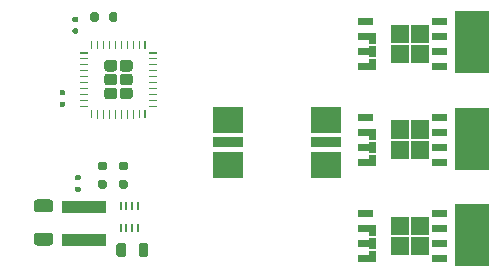
<source format=gbp>
G04 #@! TF.GenerationSoftware,KiCad,Pcbnew,5.1.6*
G04 #@! TF.CreationDate,2020-07-11T18:59:25-04:00*
G04 #@! TF.ProjectId,bldc-controller,626c6463-2d63-46f6-9e74-726f6c6c6572,rev?*
G04 #@! TF.SameCoordinates,Original*
G04 #@! TF.FileFunction,Paste,Bot*
G04 #@! TF.FilePolarity,Positive*
%FSLAX46Y46*%
G04 Gerber Fmt 4.6, Leading zero omitted, Abs format (unit mm)*
G04 Created by KiCad (PCBNEW 5.1.6) date 2020-07-11 18:59:25*
%MOMM*%
%LPD*%
G01*
G04 APERTURE LIST*
%ADD10C,0.100000*%
%ADD11R,2.847600X5.247600*%
%ADD12R,0.147600X0.697600*%
%ADD13R,2.547600X0.847600*%
%ADD14R,2.547600X2.287600*%
%ADD15R,3.747600X1.047600*%
G04 APERTURE END LIST*
D10*
G36*
X75070000Y-122105000D02*
G01*
X73870000Y-122105000D01*
X73870000Y-121605000D01*
X75070000Y-121605000D01*
X75070000Y-122105000D01*
G37*
X75070000Y-122105000D02*
X73870000Y-122105000D01*
X73870000Y-121605000D01*
X75070000Y-121605000D01*
X75070000Y-122105000D01*
G36*
X75070000Y-120835000D02*
G01*
X73870000Y-120835000D01*
X73870000Y-120335000D01*
X75070000Y-120335000D01*
X75070000Y-120835000D01*
G37*
X75070000Y-120835000D02*
X73870000Y-120835000D01*
X73870000Y-120335000D01*
X75070000Y-120335000D01*
X75070000Y-120835000D01*
G36*
X75070000Y-119565000D02*
G01*
X73870000Y-119565000D01*
X73870000Y-119065000D01*
X75070000Y-119065000D01*
X75070000Y-119565000D01*
G37*
X75070000Y-119565000D02*
X73870000Y-119565000D01*
X73870000Y-119065000D01*
X75070000Y-119065000D01*
X75070000Y-119565000D01*
G36*
X75070000Y-118295000D02*
G01*
X73870000Y-118295000D01*
X73870000Y-117795000D01*
X75070000Y-117795000D01*
X75070000Y-118295000D01*
G37*
X75070000Y-118295000D02*
X73870000Y-118295000D01*
X73870000Y-117795000D01*
X75070000Y-117795000D01*
X75070000Y-118295000D01*
G36*
X68830000Y-118295000D02*
G01*
X67630000Y-118295000D01*
X67630000Y-117795000D01*
X68830000Y-117795000D01*
X68830000Y-118295000D01*
G37*
X68830000Y-118295000D02*
X67630000Y-118295000D01*
X67630000Y-117795000D01*
X68830000Y-117795000D01*
X68830000Y-118295000D01*
G36*
X69100000Y-121015000D02*
G01*
X68600000Y-121015000D01*
X68600000Y-120165000D01*
X69100000Y-120165000D01*
X69100000Y-121015000D01*
G37*
X69100000Y-121015000D02*
X68600000Y-121015000D01*
X68600000Y-120165000D01*
X69100000Y-120165000D01*
X69100000Y-121015000D01*
G36*
X69100000Y-119915000D02*
G01*
X68600000Y-119915000D01*
X68600000Y-119065000D01*
X69100000Y-119065000D01*
X69100000Y-119915000D01*
G37*
X69100000Y-119915000D02*
X68600000Y-119915000D01*
X68600000Y-119065000D01*
X69100000Y-119065000D01*
X69100000Y-119915000D01*
G36*
X69100000Y-122115000D02*
G01*
X68600000Y-122115000D01*
X68600000Y-121265000D01*
X69100000Y-121265000D01*
X69100000Y-122115000D01*
G37*
X69100000Y-122115000D02*
X68600000Y-122115000D01*
X68600000Y-121265000D01*
X69100000Y-121265000D01*
X69100000Y-122115000D01*
G36*
X68480000Y-119565000D02*
G01*
X67630000Y-119565000D01*
X67630000Y-119065000D01*
X68480000Y-119065000D01*
X68480000Y-119565000D01*
G37*
X68480000Y-119565000D02*
X67630000Y-119565000D01*
X67630000Y-119065000D01*
X68480000Y-119065000D01*
X68480000Y-119565000D01*
G36*
X68480000Y-120835000D02*
G01*
X67630000Y-120835000D01*
X67630000Y-120335000D01*
X68480000Y-120335000D01*
X68480000Y-120835000D01*
G37*
X68480000Y-120835000D02*
X67630000Y-120835000D01*
X67630000Y-120335000D01*
X68480000Y-120335000D01*
X68480000Y-120835000D01*
G36*
X68480000Y-122105000D02*
G01*
X67630000Y-122105000D01*
X67630000Y-121605000D01*
X68480000Y-121605000D01*
X68480000Y-122105000D01*
G37*
X68480000Y-122105000D02*
X67630000Y-122105000D01*
X67630000Y-121605000D01*
X68480000Y-121605000D01*
X68480000Y-122105000D01*
G36*
X71890000Y-119850000D02*
G01*
X70390000Y-119850000D01*
X70390000Y-118350000D01*
X71890000Y-118350000D01*
X71890000Y-119850000D01*
G37*
X71890000Y-119850000D02*
X70390000Y-119850000D01*
X70390000Y-118350000D01*
X71890000Y-118350000D01*
X71890000Y-119850000D01*
G36*
X71890000Y-121550000D02*
G01*
X70390000Y-121550000D01*
X70390000Y-120050000D01*
X71890000Y-120050000D01*
X71890000Y-121550000D01*
G37*
X71890000Y-121550000D02*
X70390000Y-121550000D01*
X70390000Y-120050000D01*
X71890000Y-120050000D01*
X71890000Y-121550000D01*
G36*
X73590000Y-121550000D02*
G01*
X72090000Y-121550000D01*
X72090000Y-120050000D01*
X73590000Y-120050000D01*
X73590000Y-121550000D01*
G37*
X73590000Y-121550000D02*
X72090000Y-121550000D01*
X72090000Y-120050000D01*
X73590000Y-120050000D01*
X73590000Y-121550000D01*
G36*
X73590000Y-119850000D02*
G01*
X72090000Y-119850000D01*
X72090000Y-118350000D01*
X73590000Y-118350000D01*
X73590000Y-119850000D01*
G37*
X73590000Y-119850000D02*
X72090000Y-119850000D01*
X72090000Y-118350000D01*
X73590000Y-118350000D01*
X73590000Y-119850000D01*
G36*
X75070000Y-113967000D02*
G01*
X73870000Y-113967000D01*
X73870000Y-113467000D01*
X75070000Y-113467000D01*
X75070000Y-113967000D01*
G37*
X75070000Y-113967000D02*
X73870000Y-113967000D01*
X73870000Y-113467000D01*
X75070000Y-113467000D01*
X75070000Y-113967000D01*
G36*
X75070000Y-112697000D02*
G01*
X73870000Y-112697000D01*
X73870000Y-112197000D01*
X75070000Y-112197000D01*
X75070000Y-112697000D01*
G37*
X75070000Y-112697000D02*
X73870000Y-112697000D01*
X73870000Y-112197000D01*
X75070000Y-112197000D01*
X75070000Y-112697000D01*
G36*
X75070000Y-111427000D02*
G01*
X73870000Y-111427000D01*
X73870000Y-110927000D01*
X75070000Y-110927000D01*
X75070000Y-111427000D01*
G37*
X75070000Y-111427000D02*
X73870000Y-111427000D01*
X73870000Y-110927000D01*
X75070000Y-110927000D01*
X75070000Y-111427000D01*
G36*
X75070000Y-110157000D02*
G01*
X73870000Y-110157000D01*
X73870000Y-109657000D01*
X75070000Y-109657000D01*
X75070000Y-110157000D01*
G37*
X75070000Y-110157000D02*
X73870000Y-110157000D01*
X73870000Y-109657000D01*
X75070000Y-109657000D01*
X75070000Y-110157000D01*
G36*
X68830000Y-110157000D02*
G01*
X67630000Y-110157000D01*
X67630000Y-109657000D01*
X68830000Y-109657000D01*
X68830000Y-110157000D01*
G37*
X68830000Y-110157000D02*
X67630000Y-110157000D01*
X67630000Y-109657000D01*
X68830000Y-109657000D01*
X68830000Y-110157000D01*
G36*
X69100000Y-112877000D02*
G01*
X68600000Y-112877000D01*
X68600000Y-112027000D01*
X69100000Y-112027000D01*
X69100000Y-112877000D01*
G37*
X69100000Y-112877000D02*
X68600000Y-112877000D01*
X68600000Y-112027000D01*
X69100000Y-112027000D01*
X69100000Y-112877000D01*
G36*
X69100000Y-111777000D02*
G01*
X68600000Y-111777000D01*
X68600000Y-110927000D01*
X69100000Y-110927000D01*
X69100000Y-111777000D01*
G37*
X69100000Y-111777000D02*
X68600000Y-111777000D01*
X68600000Y-110927000D01*
X69100000Y-110927000D01*
X69100000Y-111777000D01*
G36*
X69100000Y-113977000D02*
G01*
X68600000Y-113977000D01*
X68600000Y-113127000D01*
X69100000Y-113127000D01*
X69100000Y-113977000D01*
G37*
X69100000Y-113977000D02*
X68600000Y-113977000D01*
X68600000Y-113127000D01*
X69100000Y-113127000D01*
X69100000Y-113977000D01*
G36*
X68480000Y-111427000D02*
G01*
X67630000Y-111427000D01*
X67630000Y-110927000D01*
X68480000Y-110927000D01*
X68480000Y-111427000D01*
G37*
X68480000Y-111427000D02*
X67630000Y-111427000D01*
X67630000Y-110927000D01*
X68480000Y-110927000D01*
X68480000Y-111427000D01*
G36*
X68480000Y-112697000D02*
G01*
X67630000Y-112697000D01*
X67630000Y-112197000D01*
X68480000Y-112197000D01*
X68480000Y-112697000D01*
G37*
X68480000Y-112697000D02*
X67630000Y-112697000D01*
X67630000Y-112197000D01*
X68480000Y-112197000D01*
X68480000Y-112697000D01*
G36*
X68480000Y-113967000D02*
G01*
X67630000Y-113967000D01*
X67630000Y-113467000D01*
X68480000Y-113467000D01*
X68480000Y-113967000D01*
G37*
X68480000Y-113967000D02*
X67630000Y-113967000D01*
X67630000Y-113467000D01*
X68480000Y-113467000D01*
X68480000Y-113967000D01*
G36*
X71890000Y-111712000D02*
G01*
X70390000Y-111712000D01*
X70390000Y-110212000D01*
X71890000Y-110212000D01*
X71890000Y-111712000D01*
G37*
X71890000Y-111712000D02*
X70390000Y-111712000D01*
X70390000Y-110212000D01*
X71890000Y-110212000D01*
X71890000Y-111712000D01*
G36*
X71890000Y-113412000D02*
G01*
X70390000Y-113412000D01*
X70390000Y-111912000D01*
X71890000Y-111912000D01*
X71890000Y-113412000D01*
G37*
X71890000Y-113412000D02*
X70390000Y-113412000D01*
X70390000Y-111912000D01*
X71890000Y-111912000D01*
X71890000Y-113412000D01*
G36*
X73590000Y-113412000D02*
G01*
X72090000Y-113412000D01*
X72090000Y-111912000D01*
X73590000Y-111912000D01*
X73590000Y-113412000D01*
G37*
X73590000Y-113412000D02*
X72090000Y-113412000D01*
X72090000Y-111912000D01*
X73590000Y-111912000D01*
X73590000Y-113412000D01*
G36*
X73590000Y-111712000D02*
G01*
X72090000Y-111712000D01*
X72090000Y-110212000D01*
X73590000Y-110212000D01*
X73590000Y-111712000D01*
G37*
X73590000Y-111712000D02*
X72090000Y-111712000D01*
X72090000Y-110212000D01*
X73590000Y-110212000D01*
X73590000Y-111712000D01*
G36*
X75070000Y-105855000D02*
G01*
X73870000Y-105855000D01*
X73870000Y-105355000D01*
X75070000Y-105355000D01*
X75070000Y-105855000D01*
G37*
X75070000Y-105855000D02*
X73870000Y-105855000D01*
X73870000Y-105355000D01*
X75070000Y-105355000D01*
X75070000Y-105855000D01*
G36*
X75070000Y-104585000D02*
G01*
X73870000Y-104585000D01*
X73870000Y-104085000D01*
X75070000Y-104085000D01*
X75070000Y-104585000D01*
G37*
X75070000Y-104585000D02*
X73870000Y-104585000D01*
X73870000Y-104085000D01*
X75070000Y-104085000D01*
X75070000Y-104585000D01*
G36*
X75070000Y-103315000D02*
G01*
X73870000Y-103315000D01*
X73870000Y-102815000D01*
X75070000Y-102815000D01*
X75070000Y-103315000D01*
G37*
X75070000Y-103315000D02*
X73870000Y-103315000D01*
X73870000Y-102815000D01*
X75070000Y-102815000D01*
X75070000Y-103315000D01*
G36*
X75070000Y-102045000D02*
G01*
X73870000Y-102045000D01*
X73870000Y-101545000D01*
X75070000Y-101545000D01*
X75070000Y-102045000D01*
G37*
X75070000Y-102045000D02*
X73870000Y-102045000D01*
X73870000Y-101545000D01*
X75070000Y-101545000D01*
X75070000Y-102045000D01*
G36*
X68830000Y-102045000D02*
G01*
X67630000Y-102045000D01*
X67630000Y-101545000D01*
X68830000Y-101545000D01*
X68830000Y-102045000D01*
G37*
X68830000Y-102045000D02*
X67630000Y-102045000D01*
X67630000Y-101545000D01*
X68830000Y-101545000D01*
X68830000Y-102045000D01*
G36*
X69100000Y-104765000D02*
G01*
X68600000Y-104765000D01*
X68600000Y-103915000D01*
X69100000Y-103915000D01*
X69100000Y-104765000D01*
G37*
X69100000Y-104765000D02*
X68600000Y-104765000D01*
X68600000Y-103915000D01*
X69100000Y-103915000D01*
X69100000Y-104765000D01*
G36*
X69100000Y-103665000D02*
G01*
X68600000Y-103665000D01*
X68600000Y-102815000D01*
X69100000Y-102815000D01*
X69100000Y-103665000D01*
G37*
X69100000Y-103665000D02*
X68600000Y-103665000D01*
X68600000Y-102815000D01*
X69100000Y-102815000D01*
X69100000Y-103665000D01*
G36*
X69100000Y-105865000D02*
G01*
X68600000Y-105865000D01*
X68600000Y-105015000D01*
X69100000Y-105015000D01*
X69100000Y-105865000D01*
G37*
X69100000Y-105865000D02*
X68600000Y-105865000D01*
X68600000Y-105015000D01*
X69100000Y-105015000D01*
X69100000Y-105865000D01*
G36*
X68480000Y-103315000D02*
G01*
X67630000Y-103315000D01*
X67630000Y-102815000D01*
X68480000Y-102815000D01*
X68480000Y-103315000D01*
G37*
X68480000Y-103315000D02*
X67630000Y-103315000D01*
X67630000Y-102815000D01*
X68480000Y-102815000D01*
X68480000Y-103315000D01*
G36*
X68480000Y-104585000D02*
G01*
X67630000Y-104585000D01*
X67630000Y-104085000D01*
X68480000Y-104085000D01*
X68480000Y-104585000D01*
G37*
X68480000Y-104585000D02*
X67630000Y-104585000D01*
X67630000Y-104085000D01*
X68480000Y-104085000D01*
X68480000Y-104585000D01*
G36*
X68480000Y-105855000D02*
G01*
X67630000Y-105855000D01*
X67630000Y-105355000D01*
X68480000Y-105355000D01*
X68480000Y-105855000D01*
G37*
X68480000Y-105855000D02*
X67630000Y-105855000D01*
X67630000Y-105355000D01*
X68480000Y-105355000D01*
X68480000Y-105855000D01*
G36*
X71890000Y-103600000D02*
G01*
X70390000Y-103600000D01*
X70390000Y-102100000D01*
X71890000Y-102100000D01*
X71890000Y-103600000D01*
G37*
X71890000Y-103600000D02*
X70390000Y-103600000D01*
X70390000Y-102100000D01*
X71890000Y-102100000D01*
X71890000Y-103600000D01*
G36*
X71890000Y-105300000D02*
G01*
X70390000Y-105300000D01*
X70390000Y-103800000D01*
X71890000Y-103800000D01*
X71890000Y-105300000D01*
G37*
X71890000Y-105300000D02*
X70390000Y-105300000D01*
X70390000Y-103800000D01*
X71890000Y-103800000D01*
X71890000Y-105300000D01*
G36*
X73590000Y-105300000D02*
G01*
X72090000Y-105300000D01*
X72090000Y-103800000D01*
X73590000Y-103800000D01*
X73590000Y-105300000D01*
G37*
X73590000Y-105300000D02*
X72090000Y-105300000D01*
X72090000Y-103800000D01*
X73590000Y-103800000D01*
X73590000Y-105300000D01*
G36*
X73590000Y-103600000D02*
G01*
X72090000Y-103600000D01*
X72090000Y-102100000D01*
X73590000Y-102100000D01*
X73590000Y-103600000D01*
G37*
X73590000Y-103600000D02*
X72090000Y-103600000D01*
X72090000Y-102100000D01*
X73590000Y-102100000D01*
X73590000Y-103600000D01*
D11*
X77250000Y-111750000D03*
X77250000Y-103550000D03*
X77250000Y-119950000D03*
G36*
G01*
X47700000Y-107430000D02*
X48310000Y-107430000D01*
G75*
G02*
X48555000Y-107675000I0J-245000D01*
G01*
X48555000Y-108165000D01*
G75*
G02*
X48310000Y-108410000I-245000J0D01*
G01*
X47700000Y-108410000D01*
G75*
G02*
X47455000Y-108165000I0J245000D01*
G01*
X47455000Y-107675000D01*
G75*
G02*
X47700000Y-107430000I245000J0D01*
G01*
G37*
G36*
G01*
X46390000Y-107430000D02*
X47000000Y-107430000D01*
G75*
G02*
X47245000Y-107675000I0J-245000D01*
G01*
X47245000Y-108165000D01*
G75*
G02*
X47000000Y-108410000I-245000J0D01*
G01*
X46390000Y-108410000D01*
G75*
G02*
X46145000Y-108165000I0J245000D01*
G01*
X46145000Y-107675000D01*
G75*
G02*
X46390000Y-107430000I245000J0D01*
G01*
G37*
G36*
G01*
X47700000Y-106260000D02*
X48310000Y-106260000D01*
G75*
G02*
X48555000Y-106505000I0J-245000D01*
G01*
X48555000Y-106995000D01*
G75*
G02*
X48310000Y-107240000I-245000J0D01*
G01*
X47700000Y-107240000D01*
G75*
G02*
X47455000Y-106995000I0J245000D01*
G01*
X47455000Y-106505000D01*
G75*
G02*
X47700000Y-106260000I245000J0D01*
G01*
G37*
G36*
G01*
X46390000Y-106260000D02*
X47000000Y-106260000D01*
G75*
G02*
X47245000Y-106505000I0J-245000D01*
G01*
X47245000Y-106995000D01*
G75*
G02*
X47000000Y-107240000I-245000J0D01*
G01*
X46390000Y-107240000D01*
G75*
G02*
X46145000Y-106995000I0J245000D01*
G01*
X46145000Y-106505000D01*
G75*
G02*
X46390000Y-106260000I245000J0D01*
G01*
G37*
G36*
G01*
X47700000Y-105090000D02*
X48310000Y-105090000D01*
G75*
G02*
X48555000Y-105335000I0J-245000D01*
G01*
X48555000Y-105825000D01*
G75*
G02*
X48310000Y-106070000I-245000J0D01*
G01*
X47700000Y-106070000D01*
G75*
G02*
X47455000Y-105825000I0J245000D01*
G01*
X47455000Y-105335000D01*
G75*
G02*
X47700000Y-105090000I245000J0D01*
G01*
G37*
G36*
G01*
X46390000Y-105090000D02*
X47000000Y-105090000D01*
G75*
G02*
X47245000Y-105335000I0J-245000D01*
G01*
X47245000Y-105825000D01*
G75*
G02*
X47000000Y-106070000I-245000J0D01*
G01*
X46390000Y-106070000D01*
G75*
G02*
X46145000Y-105825000I0J245000D01*
G01*
X46145000Y-105335000D01*
G75*
G02*
X46390000Y-105090000I245000J0D01*
G01*
G37*
G36*
G01*
X44075600Y-104451200D02*
X44749400Y-104451200D01*
G75*
G02*
X44773800Y-104475600I0J-24400D01*
G01*
X44773800Y-104524400D01*
G75*
G02*
X44749400Y-104548800I-24400J0D01*
G01*
X44075600Y-104548800D01*
G75*
G02*
X44051200Y-104524400I0J24400D01*
G01*
X44051200Y-104475600D01*
G75*
G02*
X44075600Y-104451200I24400J0D01*
G01*
G37*
G36*
G01*
X44075600Y-104951200D02*
X44749400Y-104951200D01*
G75*
G02*
X44773800Y-104975600I0J-24400D01*
G01*
X44773800Y-105024400D01*
G75*
G02*
X44749400Y-105048800I-24400J0D01*
G01*
X44075600Y-105048800D01*
G75*
G02*
X44051200Y-105024400I0J24400D01*
G01*
X44051200Y-104975600D01*
G75*
G02*
X44075600Y-104951200I24400J0D01*
G01*
G37*
G36*
G01*
X44075600Y-105451200D02*
X44749400Y-105451200D01*
G75*
G02*
X44773800Y-105475600I0J-24400D01*
G01*
X44773800Y-105524400D01*
G75*
G02*
X44749400Y-105548800I-24400J0D01*
G01*
X44075600Y-105548800D01*
G75*
G02*
X44051200Y-105524400I0J24400D01*
G01*
X44051200Y-105475600D01*
G75*
G02*
X44075600Y-105451200I24400J0D01*
G01*
G37*
G36*
G01*
X44075600Y-105951200D02*
X44749400Y-105951200D01*
G75*
G02*
X44773800Y-105975600I0J-24400D01*
G01*
X44773800Y-106024400D01*
G75*
G02*
X44749400Y-106048800I-24400J0D01*
G01*
X44075600Y-106048800D01*
G75*
G02*
X44051200Y-106024400I0J24400D01*
G01*
X44051200Y-105975600D01*
G75*
G02*
X44075600Y-105951200I24400J0D01*
G01*
G37*
G36*
G01*
X44075600Y-106451200D02*
X44749400Y-106451200D01*
G75*
G02*
X44773800Y-106475600I0J-24400D01*
G01*
X44773800Y-106524400D01*
G75*
G02*
X44749400Y-106548800I-24400J0D01*
G01*
X44075600Y-106548800D01*
G75*
G02*
X44051200Y-106524400I0J24400D01*
G01*
X44051200Y-106475600D01*
G75*
G02*
X44075600Y-106451200I24400J0D01*
G01*
G37*
G36*
G01*
X44075600Y-106951200D02*
X44749400Y-106951200D01*
G75*
G02*
X44773800Y-106975600I0J-24400D01*
G01*
X44773800Y-107024400D01*
G75*
G02*
X44749400Y-107048800I-24400J0D01*
G01*
X44075600Y-107048800D01*
G75*
G02*
X44051200Y-107024400I0J24400D01*
G01*
X44051200Y-106975600D01*
G75*
G02*
X44075600Y-106951200I24400J0D01*
G01*
G37*
G36*
G01*
X44075600Y-107451200D02*
X44749400Y-107451200D01*
G75*
G02*
X44773800Y-107475600I0J-24400D01*
G01*
X44773800Y-107524400D01*
G75*
G02*
X44749400Y-107548800I-24400J0D01*
G01*
X44075600Y-107548800D01*
G75*
G02*
X44051200Y-107524400I0J24400D01*
G01*
X44051200Y-107475600D01*
G75*
G02*
X44075600Y-107451200I24400J0D01*
G01*
G37*
G36*
G01*
X44075600Y-107951200D02*
X44749400Y-107951200D01*
G75*
G02*
X44773800Y-107975600I0J-24400D01*
G01*
X44773800Y-108024400D01*
G75*
G02*
X44749400Y-108048800I-24400J0D01*
G01*
X44075600Y-108048800D01*
G75*
G02*
X44051200Y-108024400I0J24400D01*
G01*
X44051200Y-107975600D01*
G75*
G02*
X44075600Y-107951200I24400J0D01*
G01*
G37*
G36*
G01*
X44075600Y-108451200D02*
X44749400Y-108451200D01*
G75*
G02*
X44773800Y-108475600I0J-24400D01*
G01*
X44773800Y-108524400D01*
G75*
G02*
X44749400Y-108548800I-24400J0D01*
G01*
X44075600Y-108548800D01*
G75*
G02*
X44051200Y-108524400I0J24400D01*
G01*
X44051200Y-108475600D01*
G75*
G02*
X44075600Y-108451200I24400J0D01*
G01*
G37*
G36*
G01*
X44075600Y-108951200D02*
X44749400Y-108951200D01*
G75*
G02*
X44773800Y-108975600I0J-24400D01*
G01*
X44773800Y-109024400D01*
G75*
G02*
X44749400Y-109048800I-24400J0D01*
G01*
X44075600Y-109048800D01*
G75*
G02*
X44051200Y-109024400I0J24400D01*
G01*
X44051200Y-108975600D01*
G75*
G02*
X44075600Y-108951200I24400J0D01*
G01*
G37*
G36*
G01*
X45075600Y-109326200D02*
X45124400Y-109326200D01*
G75*
G02*
X45148800Y-109350600I0J-24400D01*
G01*
X45148800Y-110024400D01*
G75*
G02*
X45124400Y-110048800I-24400J0D01*
G01*
X45075600Y-110048800D01*
G75*
G02*
X45051200Y-110024400I0J24400D01*
G01*
X45051200Y-109350600D01*
G75*
G02*
X45075600Y-109326200I24400J0D01*
G01*
G37*
G36*
G01*
X45575600Y-109326200D02*
X45624400Y-109326200D01*
G75*
G02*
X45648800Y-109350600I0J-24400D01*
G01*
X45648800Y-110024400D01*
G75*
G02*
X45624400Y-110048800I-24400J0D01*
G01*
X45575600Y-110048800D01*
G75*
G02*
X45551200Y-110024400I0J24400D01*
G01*
X45551200Y-109350600D01*
G75*
G02*
X45575600Y-109326200I24400J0D01*
G01*
G37*
G36*
G01*
X46075600Y-109326200D02*
X46124400Y-109326200D01*
G75*
G02*
X46148800Y-109350600I0J-24400D01*
G01*
X46148800Y-110024400D01*
G75*
G02*
X46124400Y-110048800I-24400J0D01*
G01*
X46075600Y-110048800D01*
G75*
G02*
X46051200Y-110024400I0J24400D01*
G01*
X46051200Y-109350600D01*
G75*
G02*
X46075600Y-109326200I24400J0D01*
G01*
G37*
G36*
G01*
X46575600Y-109326200D02*
X46624400Y-109326200D01*
G75*
G02*
X46648800Y-109350600I0J-24400D01*
G01*
X46648800Y-110024400D01*
G75*
G02*
X46624400Y-110048800I-24400J0D01*
G01*
X46575600Y-110048800D01*
G75*
G02*
X46551200Y-110024400I0J24400D01*
G01*
X46551200Y-109350600D01*
G75*
G02*
X46575600Y-109326200I24400J0D01*
G01*
G37*
G36*
G01*
X47075600Y-109326200D02*
X47124400Y-109326200D01*
G75*
G02*
X47148800Y-109350600I0J-24400D01*
G01*
X47148800Y-110024400D01*
G75*
G02*
X47124400Y-110048800I-24400J0D01*
G01*
X47075600Y-110048800D01*
G75*
G02*
X47051200Y-110024400I0J24400D01*
G01*
X47051200Y-109350600D01*
G75*
G02*
X47075600Y-109326200I24400J0D01*
G01*
G37*
G36*
G01*
X47575600Y-109326200D02*
X47624400Y-109326200D01*
G75*
G02*
X47648800Y-109350600I0J-24400D01*
G01*
X47648800Y-110024400D01*
G75*
G02*
X47624400Y-110048800I-24400J0D01*
G01*
X47575600Y-110048800D01*
G75*
G02*
X47551200Y-110024400I0J24400D01*
G01*
X47551200Y-109350600D01*
G75*
G02*
X47575600Y-109326200I24400J0D01*
G01*
G37*
G36*
G01*
X48075600Y-109326200D02*
X48124400Y-109326200D01*
G75*
G02*
X48148800Y-109350600I0J-24400D01*
G01*
X48148800Y-110024400D01*
G75*
G02*
X48124400Y-110048800I-24400J0D01*
G01*
X48075600Y-110048800D01*
G75*
G02*
X48051200Y-110024400I0J24400D01*
G01*
X48051200Y-109350600D01*
G75*
G02*
X48075600Y-109326200I24400J0D01*
G01*
G37*
G36*
G01*
X48575600Y-109326200D02*
X48624400Y-109326200D01*
G75*
G02*
X48648800Y-109350600I0J-24400D01*
G01*
X48648800Y-110024400D01*
G75*
G02*
X48624400Y-110048800I-24400J0D01*
G01*
X48575600Y-110048800D01*
G75*
G02*
X48551200Y-110024400I0J24400D01*
G01*
X48551200Y-109350600D01*
G75*
G02*
X48575600Y-109326200I24400J0D01*
G01*
G37*
G36*
G01*
X49075600Y-109326200D02*
X49124400Y-109326200D01*
G75*
G02*
X49148800Y-109350600I0J-24400D01*
G01*
X49148800Y-110024400D01*
G75*
G02*
X49124400Y-110048800I-24400J0D01*
G01*
X49075600Y-110048800D01*
G75*
G02*
X49051200Y-110024400I0J24400D01*
G01*
X49051200Y-109350600D01*
G75*
G02*
X49075600Y-109326200I24400J0D01*
G01*
G37*
G36*
G01*
X49575600Y-109326200D02*
X49624400Y-109326200D01*
G75*
G02*
X49648800Y-109350600I0J-24400D01*
G01*
X49648800Y-110024400D01*
G75*
G02*
X49624400Y-110048800I-24400J0D01*
G01*
X49575600Y-110048800D01*
G75*
G02*
X49551200Y-110024400I0J24400D01*
G01*
X49551200Y-109350600D01*
G75*
G02*
X49575600Y-109326200I24400J0D01*
G01*
G37*
G36*
G01*
X49950600Y-108951200D02*
X50624400Y-108951200D01*
G75*
G02*
X50648800Y-108975600I0J-24400D01*
G01*
X50648800Y-109024400D01*
G75*
G02*
X50624400Y-109048800I-24400J0D01*
G01*
X49950600Y-109048800D01*
G75*
G02*
X49926200Y-109024400I0J24400D01*
G01*
X49926200Y-108975600D01*
G75*
G02*
X49950600Y-108951200I24400J0D01*
G01*
G37*
G36*
G01*
X49950600Y-108451200D02*
X50624400Y-108451200D01*
G75*
G02*
X50648800Y-108475600I0J-24400D01*
G01*
X50648800Y-108524400D01*
G75*
G02*
X50624400Y-108548800I-24400J0D01*
G01*
X49950600Y-108548800D01*
G75*
G02*
X49926200Y-108524400I0J24400D01*
G01*
X49926200Y-108475600D01*
G75*
G02*
X49950600Y-108451200I24400J0D01*
G01*
G37*
G36*
G01*
X49950600Y-107951200D02*
X50624400Y-107951200D01*
G75*
G02*
X50648800Y-107975600I0J-24400D01*
G01*
X50648800Y-108024400D01*
G75*
G02*
X50624400Y-108048800I-24400J0D01*
G01*
X49950600Y-108048800D01*
G75*
G02*
X49926200Y-108024400I0J24400D01*
G01*
X49926200Y-107975600D01*
G75*
G02*
X49950600Y-107951200I24400J0D01*
G01*
G37*
G36*
G01*
X49950600Y-107451200D02*
X50624400Y-107451200D01*
G75*
G02*
X50648800Y-107475600I0J-24400D01*
G01*
X50648800Y-107524400D01*
G75*
G02*
X50624400Y-107548800I-24400J0D01*
G01*
X49950600Y-107548800D01*
G75*
G02*
X49926200Y-107524400I0J24400D01*
G01*
X49926200Y-107475600D01*
G75*
G02*
X49950600Y-107451200I24400J0D01*
G01*
G37*
G36*
G01*
X49950600Y-106951200D02*
X50624400Y-106951200D01*
G75*
G02*
X50648800Y-106975600I0J-24400D01*
G01*
X50648800Y-107024400D01*
G75*
G02*
X50624400Y-107048800I-24400J0D01*
G01*
X49950600Y-107048800D01*
G75*
G02*
X49926200Y-107024400I0J24400D01*
G01*
X49926200Y-106975600D01*
G75*
G02*
X49950600Y-106951200I24400J0D01*
G01*
G37*
G36*
G01*
X49950600Y-106451200D02*
X50624400Y-106451200D01*
G75*
G02*
X50648800Y-106475600I0J-24400D01*
G01*
X50648800Y-106524400D01*
G75*
G02*
X50624400Y-106548800I-24400J0D01*
G01*
X49950600Y-106548800D01*
G75*
G02*
X49926200Y-106524400I0J24400D01*
G01*
X49926200Y-106475600D01*
G75*
G02*
X49950600Y-106451200I24400J0D01*
G01*
G37*
G36*
G01*
X49950600Y-105951200D02*
X50624400Y-105951200D01*
G75*
G02*
X50648800Y-105975600I0J-24400D01*
G01*
X50648800Y-106024400D01*
G75*
G02*
X50624400Y-106048800I-24400J0D01*
G01*
X49950600Y-106048800D01*
G75*
G02*
X49926200Y-106024400I0J24400D01*
G01*
X49926200Y-105975600D01*
G75*
G02*
X49950600Y-105951200I24400J0D01*
G01*
G37*
G36*
G01*
X49950600Y-105451200D02*
X50624400Y-105451200D01*
G75*
G02*
X50648800Y-105475600I0J-24400D01*
G01*
X50648800Y-105524400D01*
G75*
G02*
X50624400Y-105548800I-24400J0D01*
G01*
X49950600Y-105548800D01*
G75*
G02*
X49926200Y-105524400I0J24400D01*
G01*
X49926200Y-105475600D01*
G75*
G02*
X49950600Y-105451200I24400J0D01*
G01*
G37*
G36*
G01*
X49950600Y-104951200D02*
X50624400Y-104951200D01*
G75*
G02*
X50648800Y-104975600I0J-24400D01*
G01*
X50648800Y-105024400D01*
G75*
G02*
X50624400Y-105048800I-24400J0D01*
G01*
X49950600Y-105048800D01*
G75*
G02*
X49926200Y-105024400I0J24400D01*
G01*
X49926200Y-104975600D01*
G75*
G02*
X49950600Y-104951200I24400J0D01*
G01*
G37*
G36*
G01*
X49950600Y-104451200D02*
X50624400Y-104451200D01*
G75*
G02*
X50648800Y-104475600I0J-24400D01*
G01*
X50648800Y-104524400D01*
G75*
G02*
X50624400Y-104548800I-24400J0D01*
G01*
X49950600Y-104548800D01*
G75*
G02*
X49926200Y-104524400I0J24400D01*
G01*
X49926200Y-104475600D01*
G75*
G02*
X49950600Y-104451200I24400J0D01*
G01*
G37*
G36*
G01*
X49575600Y-103451200D02*
X49624400Y-103451200D01*
G75*
G02*
X49648800Y-103475600I0J-24400D01*
G01*
X49648800Y-104149400D01*
G75*
G02*
X49624400Y-104173800I-24400J0D01*
G01*
X49575600Y-104173800D01*
G75*
G02*
X49551200Y-104149400I0J24400D01*
G01*
X49551200Y-103475600D01*
G75*
G02*
X49575600Y-103451200I24400J0D01*
G01*
G37*
G36*
G01*
X49075600Y-103451200D02*
X49124400Y-103451200D01*
G75*
G02*
X49148800Y-103475600I0J-24400D01*
G01*
X49148800Y-104149400D01*
G75*
G02*
X49124400Y-104173800I-24400J0D01*
G01*
X49075600Y-104173800D01*
G75*
G02*
X49051200Y-104149400I0J24400D01*
G01*
X49051200Y-103475600D01*
G75*
G02*
X49075600Y-103451200I24400J0D01*
G01*
G37*
G36*
G01*
X48575600Y-103451200D02*
X48624400Y-103451200D01*
G75*
G02*
X48648800Y-103475600I0J-24400D01*
G01*
X48648800Y-104149400D01*
G75*
G02*
X48624400Y-104173800I-24400J0D01*
G01*
X48575600Y-104173800D01*
G75*
G02*
X48551200Y-104149400I0J24400D01*
G01*
X48551200Y-103475600D01*
G75*
G02*
X48575600Y-103451200I24400J0D01*
G01*
G37*
G36*
G01*
X48075600Y-103451200D02*
X48124400Y-103451200D01*
G75*
G02*
X48148800Y-103475600I0J-24400D01*
G01*
X48148800Y-104149400D01*
G75*
G02*
X48124400Y-104173800I-24400J0D01*
G01*
X48075600Y-104173800D01*
G75*
G02*
X48051200Y-104149400I0J24400D01*
G01*
X48051200Y-103475600D01*
G75*
G02*
X48075600Y-103451200I24400J0D01*
G01*
G37*
G36*
G01*
X47575600Y-103451200D02*
X47624400Y-103451200D01*
G75*
G02*
X47648800Y-103475600I0J-24400D01*
G01*
X47648800Y-104149400D01*
G75*
G02*
X47624400Y-104173800I-24400J0D01*
G01*
X47575600Y-104173800D01*
G75*
G02*
X47551200Y-104149400I0J24400D01*
G01*
X47551200Y-103475600D01*
G75*
G02*
X47575600Y-103451200I24400J0D01*
G01*
G37*
G36*
G01*
X47075600Y-103451200D02*
X47124400Y-103451200D01*
G75*
G02*
X47148800Y-103475600I0J-24400D01*
G01*
X47148800Y-104149400D01*
G75*
G02*
X47124400Y-104173800I-24400J0D01*
G01*
X47075600Y-104173800D01*
G75*
G02*
X47051200Y-104149400I0J24400D01*
G01*
X47051200Y-103475600D01*
G75*
G02*
X47075600Y-103451200I24400J0D01*
G01*
G37*
G36*
G01*
X46575600Y-103451200D02*
X46624400Y-103451200D01*
G75*
G02*
X46648800Y-103475600I0J-24400D01*
G01*
X46648800Y-104149400D01*
G75*
G02*
X46624400Y-104173800I-24400J0D01*
G01*
X46575600Y-104173800D01*
G75*
G02*
X46551200Y-104149400I0J24400D01*
G01*
X46551200Y-103475600D01*
G75*
G02*
X46575600Y-103451200I24400J0D01*
G01*
G37*
G36*
G01*
X46075600Y-103451200D02*
X46124400Y-103451200D01*
G75*
G02*
X46148800Y-103475600I0J-24400D01*
G01*
X46148800Y-104149400D01*
G75*
G02*
X46124400Y-104173800I-24400J0D01*
G01*
X46075600Y-104173800D01*
G75*
G02*
X46051200Y-104149400I0J24400D01*
G01*
X46051200Y-103475600D01*
G75*
G02*
X46075600Y-103451200I24400J0D01*
G01*
G37*
G36*
G01*
X45575600Y-103451200D02*
X45624400Y-103451200D01*
G75*
G02*
X45648800Y-103475600I0J-24400D01*
G01*
X45648800Y-104149400D01*
G75*
G02*
X45624400Y-104173800I-24400J0D01*
G01*
X45575600Y-104173800D01*
G75*
G02*
X45551200Y-104149400I0J24400D01*
G01*
X45551200Y-103475600D01*
G75*
G02*
X45575600Y-103451200I24400J0D01*
G01*
G37*
G36*
G01*
X45075600Y-103451200D02*
X45124400Y-103451200D01*
G75*
G02*
X45148800Y-103475600I0J-24400D01*
G01*
X45148800Y-104149400D01*
G75*
G02*
X45124400Y-104173800I-24400J0D01*
G01*
X45075600Y-104173800D01*
G75*
G02*
X45051200Y-104149400I0J24400D01*
G01*
X45051200Y-103475600D01*
G75*
G02*
X45075600Y-103451200I24400J0D01*
G01*
G37*
D12*
X47524000Y-119344000D03*
X48024000Y-119344000D03*
X48524000Y-119344000D03*
X49024000Y-119344000D03*
X49024000Y-117444000D03*
X48524000Y-117444000D03*
X48024000Y-117444000D03*
X47524000Y-117444000D03*
D13*
X56590000Y-112066000D03*
D14*
X64890000Y-110186000D03*
X56590000Y-110186000D03*
X56590000Y-113946000D03*
D13*
X64890000Y-112066000D03*
D14*
X64890000Y-113946000D03*
D15*
X44464000Y-120302000D03*
X44464000Y-117502000D03*
G36*
G01*
X42465600Y-108616200D02*
X42734400Y-108616200D01*
G75*
G02*
X42843800Y-108725600I0J-109400D01*
G01*
X42843800Y-108944400D01*
G75*
G02*
X42734400Y-109053800I-109400J0D01*
G01*
X42465600Y-109053800D01*
G75*
G02*
X42356200Y-108944400I0J109400D01*
G01*
X42356200Y-108725600D01*
G75*
G02*
X42465600Y-108616200I109400J0D01*
G01*
G37*
G36*
G01*
X42465600Y-107646200D02*
X42734400Y-107646200D01*
G75*
G02*
X42843800Y-107755600I0J-109400D01*
G01*
X42843800Y-107974400D01*
G75*
G02*
X42734400Y-108083800I-109400J0D01*
G01*
X42465600Y-108083800D01*
G75*
G02*
X42356200Y-107974400I0J109400D01*
G01*
X42356200Y-107755600D01*
G75*
G02*
X42465600Y-107646200I109400J0D01*
G01*
G37*
G36*
G01*
X46538700Y-101668150D02*
X46538700Y-101231850D01*
G75*
G02*
X46719350Y-101051200I180650J0D01*
G01*
X47080650Y-101051200D01*
G75*
G02*
X47261300Y-101231850I0J-180650D01*
G01*
X47261300Y-101668150D01*
G75*
G02*
X47080650Y-101848800I-180650J0D01*
G01*
X46719350Y-101848800D01*
G75*
G02*
X46538700Y-101668150I0J180650D01*
G01*
G37*
G36*
G01*
X44963700Y-101668150D02*
X44963700Y-101231850D01*
G75*
G02*
X45144350Y-101051200I180650J0D01*
G01*
X45505650Y-101051200D01*
G75*
G02*
X45686300Y-101231850I0J-180650D01*
G01*
X45686300Y-101668150D01*
G75*
G02*
X45505650Y-101848800I-180650J0D01*
G01*
X45144350Y-101848800D01*
G75*
G02*
X44963700Y-101668150I0J180650D01*
G01*
G37*
G36*
G01*
X43565600Y-102416200D02*
X43834400Y-102416200D01*
G75*
G02*
X43943800Y-102525600I0J-109400D01*
G01*
X43943800Y-102744400D01*
G75*
G02*
X43834400Y-102853800I-109400J0D01*
G01*
X43565600Y-102853800D01*
G75*
G02*
X43456200Y-102744400I0J109400D01*
G01*
X43456200Y-102525600D01*
G75*
G02*
X43565600Y-102416200I109400J0D01*
G01*
G37*
G36*
G01*
X43565600Y-101446200D02*
X43834400Y-101446200D01*
G75*
G02*
X43943800Y-101555600I0J-109400D01*
G01*
X43943800Y-101774400D01*
G75*
G02*
X43834400Y-101883800I-109400J0D01*
G01*
X43565600Y-101883800D01*
G75*
G02*
X43456200Y-101774400I0J109400D01*
G01*
X43456200Y-101555600D01*
G75*
G02*
X43565600Y-101446200I109400J0D01*
G01*
G37*
G36*
G01*
X47984150Y-114411800D02*
X47547850Y-114411800D01*
G75*
G02*
X47367200Y-114231150I0J180650D01*
G01*
X47367200Y-113869850D01*
G75*
G02*
X47547850Y-113689200I180650J0D01*
G01*
X47984150Y-113689200D01*
G75*
G02*
X48164800Y-113869850I0J-180650D01*
G01*
X48164800Y-114231150D01*
G75*
G02*
X47984150Y-114411800I-180650J0D01*
G01*
G37*
G36*
G01*
X47984150Y-115986800D02*
X47547850Y-115986800D01*
G75*
G02*
X47367200Y-115806150I0J180650D01*
G01*
X47367200Y-115444850D01*
G75*
G02*
X47547850Y-115264200I180650J0D01*
G01*
X47984150Y-115264200D01*
G75*
G02*
X48164800Y-115444850I0J-180650D01*
G01*
X48164800Y-115806150D01*
G75*
G02*
X47984150Y-115986800I-180650J0D01*
G01*
G37*
G36*
G01*
X46206150Y-114411800D02*
X45769850Y-114411800D01*
G75*
G02*
X45589200Y-114231150I0J180650D01*
G01*
X45589200Y-113869850D01*
G75*
G02*
X45769850Y-113689200I180650J0D01*
G01*
X46206150Y-113689200D01*
G75*
G02*
X46386800Y-113869850I0J-180650D01*
G01*
X46386800Y-114231150D01*
G75*
G02*
X46206150Y-114411800I-180650J0D01*
G01*
G37*
G36*
G01*
X46206150Y-115986800D02*
X45769850Y-115986800D01*
G75*
G02*
X45589200Y-115806150I0J180650D01*
G01*
X45589200Y-115444850D01*
G75*
G02*
X45769850Y-115264200I180650J0D01*
G01*
X46206150Y-115264200D01*
G75*
G02*
X46386800Y-115444850I0J-180650D01*
G01*
X46386800Y-115806150D01*
G75*
G02*
X46206150Y-115986800I-180650J0D01*
G01*
G37*
G36*
G01*
X49054200Y-121606150D02*
X49054200Y-120769850D01*
G75*
G02*
X49259850Y-120564200I205650J0D01*
G01*
X49671150Y-120564200D01*
G75*
G02*
X49876800Y-120769850I0J-205650D01*
G01*
X49876800Y-121606150D01*
G75*
G02*
X49671150Y-121811800I-205650J0D01*
G01*
X49259850Y-121811800D01*
G75*
G02*
X49054200Y-121606150I0J205650D01*
G01*
G37*
G36*
G01*
X47179200Y-121606150D02*
X47179200Y-120769850D01*
G75*
G02*
X47384850Y-120564200I205650J0D01*
G01*
X47796150Y-120564200D01*
G75*
G02*
X48001800Y-120769850I0J-205650D01*
G01*
X48001800Y-121606150D01*
G75*
G02*
X47796150Y-121811800I-205650J0D01*
G01*
X47384850Y-121811800D01*
G75*
G02*
X47179200Y-121606150I0J205650D01*
G01*
G37*
G36*
G01*
X44034400Y-115283800D02*
X43765600Y-115283800D01*
G75*
G02*
X43656200Y-115174400I0J109400D01*
G01*
X43656200Y-114955600D01*
G75*
G02*
X43765600Y-114846200I109400J0D01*
G01*
X44034400Y-114846200D01*
G75*
G02*
X44143800Y-114955600I0J-109400D01*
G01*
X44143800Y-115174400D01*
G75*
G02*
X44034400Y-115283800I-109400J0D01*
G01*
G37*
G36*
G01*
X44034400Y-116253800D02*
X43765600Y-116253800D01*
G75*
G02*
X43656200Y-116144400I0J109400D01*
G01*
X43656200Y-115925600D01*
G75*
G02*
X43765600Y-115816200I109400J0D01*
G01*
X44034400Y-115816200D01*
G75*
G02*
X44143800Y-115925600I0J-109400D01*
G01*
X44143800Y-116144400D01*
G75*
G02*
X44034400Y-116253800I-109400J0D01*
G01*
G37*
G36*
G01*
X41579280Y-117998800D02*
X40420720Y-117998800D01*
G75*
G02*
X40201200Y-117779280I0J219520D01*
G01*
X40201200Y-117120720D01*
G75*
G02*
X40420720Y-116901200I219520J0D01*
G01*
X41579280Y-116901200D01*
G75*
G02*
X41798800Y-117120720I0J-219520D01*
G01*
X41798800Y-117779280D01*
G75*
G02*
X41579280Y-117998800I-219520J0D01*
G01*
G37*
G36*
G01*
X41579280Y-120798800D02*
X40420720Y-120798800D01*
G75*
G02*
X40201200Y-120579280I0J219520D01*
G01*
X40201200Y-119920720D01*
G75*
G02*
X40420720Y-119701200I219520J0D01*
G01*
X41579280Y-119701200D01*
G75*
G02*
X41798800Y-119920720I0J-219520D01*
G01*
X41798800Y-120579280D01*
G75*
G02*
X41579280Y-120798800I-219520J0D01*
G01*
G37*
M02*

</source>
